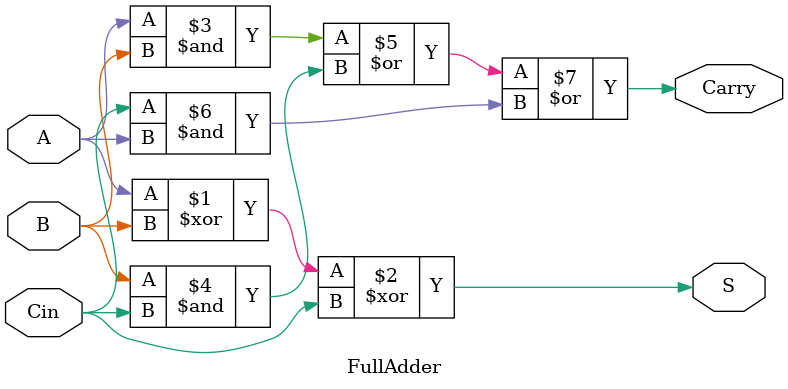
<source format=v>
module FullAdder(A,B,Cin,S,Carry);
input A,B,Cin;
output S,Carry;
assign S = A^B^Cin;
assign Carry = (A&B)|(B&Cin)|(Cin&A);
endmodule
</source>
